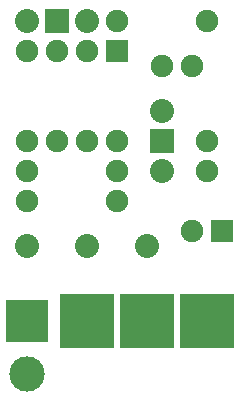
<source format=gts>
G04 (created by PCBNEW-RS274X (2012-01-19 BZR 3256)-stable) date 2013-07-01 19:01:18*
G01*
G70*
G90*
%MOIN*%
G04 Gerber Fmt 3.4, Leading zero omitted, Abs format*
%FSLAX34Y34*%
G04 APERTURE LIST*
%ADD10C,0.006000*%
%ADD11R,0.144600X0.144600*%
%ADD12C,0.117600*%
%ADD13C,0.075000*%
%ADD14R,0.075000X0.075000*%
%ADD15C,0.080000*%
%ADD16R,0.179500X0.179500*%
%ADD17R,0.080000X0.080000*%
G04 APERTURE END LIST*
G54D10*
G54D11*
X26000Y-19000D03*
G54D12*
X26000Y-20750D03*
G54D13*
X32000Y-09000D03*
X29000Y-09000D03*
X26000Y-15000D03*
X29000Y-15000D03*
G54D14*
X29000Y-10000D03*
G54D13*
X28000Y-10000D03*
X27000Y-10000D03*
X26000Y-10000D03*
X26000Y-13000D03*
X27000Y-13000D03*
X28000Y-13000D03*
X29000Y-13000D03*
G54D14*
X32500Y-16000D03*
G54D13*
X31500Y-16000D03*
X32000Y-14000D03*
X32000Y-13000D03*
X30500Y-10500D03*
X31500Y-10500D03*
X26000Y-14000D03*
X29000Y-14000D03*
G54D15*
X28000Y-16500D03*
X26000Y-16500D03*
X30000Y-16500D03*
G54D16*
X30000Y-19000D03*
X32000Y-19000D03*
X28000Y-19000D03*
G54D15*
X28000Y-09000D03*
G54D17*
X27000Y-09000D03*
G54D15*
X26000Y-09000D03*
X30500Y-14000D03*
G54D17*
X30500Y-13000D03*
G54D15*
X30500Y-12000D03*
M02*

</source>
